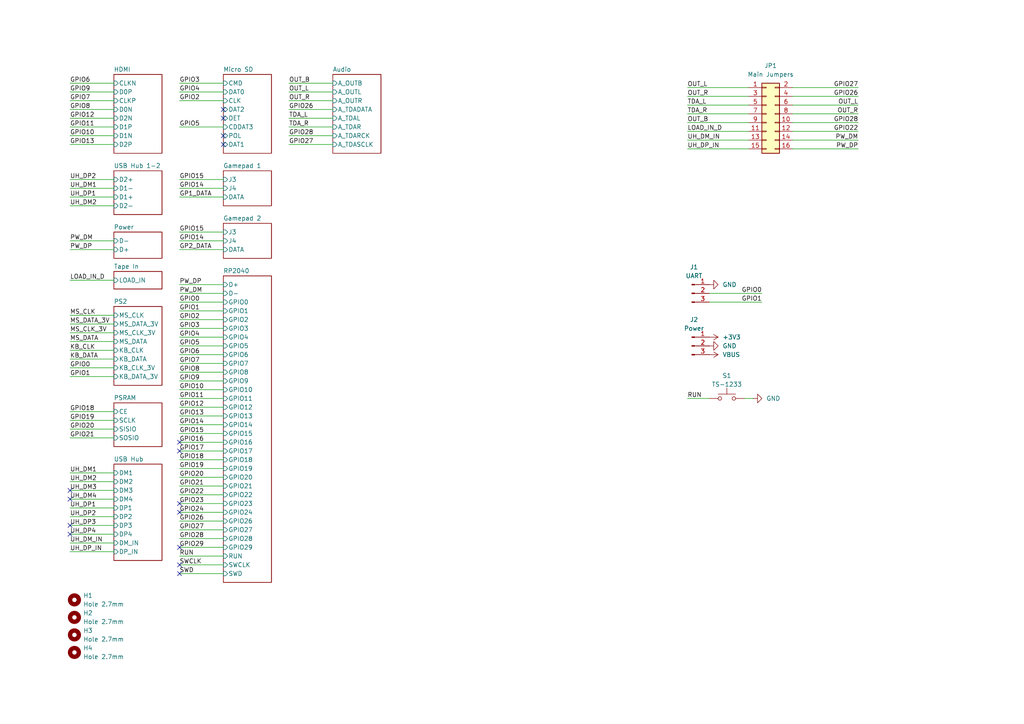
<source format=kicad_sch>
(kicad_sch (version 20250114) (generator "eeschema") (generator_version "9.0")
  (paper "A4")
  (title_block (title "MiniFRANK RM1E") (date "2025-03-24") (rev "1.00") (company "Mikhail Matveev") (comment 1 "https://github.com/xtremespb/frank"))
  (lib_symbols
    (symbol "Connector:Conn_01x03_Pin" (pin_names (offset 1.016) (hide yes))
      (property "Reference" "J" (at 0 5.08 0))
      (property "Value" "Conn_01x03_Pin" (at 0 -5.08 0))
      (symbol "Conn_01x03_Pin_1_1"
        (rectangle (start 0.8636 2.667) (end 0 2.413) (stroke (width 0.1524)) (fill (type outline)))
        (rectangle (start 0.8636 0.127) (end 0 -0.127) (stroke (width 0.1524)) (fill (type outline)))
        (rectangle (start 0.8636 -2.413) (end 0 -2.667) (stroke (width 0.1524)) (fill (type outline)))
        (polyline (pts (xy 1.27 2.54) (xy 0.8636 2.54)) (stroke (width 0.1524)))
        (polyline (pts (xy 1.27 0) (xy 0.8636 0)) (stroke (width 0.1524)))
        (polyline (pts (xy 1.27 -2.54) (xy 0.8636 -2.54)) (stroke (width 0.1524)))
        (pin passive line (at 5.08 2.54 180) (length 3.81) (name "Pin_1") (number "1"))
        (pin passive line (at 5.08 0 180) (length 3.81) (name "Pin_2") (number "2"))
        (pin passive line (at 5.08 -2.54 180) (length 3.81) (name "Pin_3") (number "3"))
      )
    )
    (symbol "Connector_Generic:Conn_02x08_Odd_Even" (pin_names (offset 1.016) (hide yes))
      (property "Reference" "J" (at 1.27 10.16 0))
      (property "Value" "Conn_02x08_Odd_Even" (at 1.27 -12.7 0))
      (symbol "Conn_02x08_Odd_Even_1_1"
        (rectangle (start -1.27 8.89) (end 3.81 -11.43) (stroke (width 0.254)) (fill (type background)))
        (rectangle (start -1.27 7.747) (end 0 7.493) (stroke (width 0.1524)))
        (rectangle (start -1.27 5.207) (end 0 4.953) (stroke (width 0.1524)))
        (rectangle (start -1.27 2.667) (end 0 2.413) (stroke (width 0.1524)))
        (rectangle (start -1.27 0.127) (end 0 -0.127) (stroke (width 0.1524)))
        (rectangle (start -1.27 -2.413) (end 0 -2.667) (stroke (width 0.1524)))
        (rectangle (start -1.27 -4.953) (end 0 -5.207) (stroke (width 0.1524)))
        (rectangle (start -1.27 -7.493) (end 0 -7.747) (stroke (width 0.1524)))
        (rectangle (start -1.27 -10.033) (end 0 -10.287) (stroke (width 0.1524)))
        (rectangle (start 3.81 7.747) (end 2.54 7.493) (stroke (width 0.1524)))
        (rectangle (start 3.81 5.207) (end 2.54 4.953) (stroke (width 0.1524)))
        (rectangle (start 3.81 2.667) (end 2.54 2.413) (stroke (width 0.1524)))
        (rectangle (start 3.81 0.127) (end 2.54 -0.127) (stroke (width 0.1524)))
        (rectangle (start 3.81 -2.413) (end 2.54 -2.667) (stroke (width 0.1524)))
        (rectangle (start 3.81 -4.953) (end 2.54 -5.207) (stroke (width 0.1524)))
        (rectangle (start 3.81 -7.493) (end 2.54 -7.747) (stroke (width 0.1524)))
        (rectangle (start 3.81 -10.033) (end 2.54 -10.287) (stroke (width 0.1524)))
        (pin passive line (at -5.08 7.62 0) (length 3.81) (name "Pin_1") (number "1"))
        (pin passive line (at -5.08 5.08 0) (length 3.81) (name "Pin_3") (number "3"))
        (pin passive line (at -5.08 2.54 0) (length 3.81) (name "Pin_5") (number "5"))
        (pin passive line (at -5.08 0 0) (length 3.81) (name "Pin_7") (number "7"))
        (pin passive line (at -5.08 -2.54 0) (length 3.81) (name "Pin_9") (number "9"))
        (pin passive line (at -5.08 -5.08 0) (length 3.81) (name "Pin_11") (number "11"))
        (pin passive line (at -5.08 -7.62 0) (length 3.81) (name "Pin_13") (number "13"))
        (pin passive line (at -5.08 -10.16 0) (length 3.81) (name "Pin_15") (number "15"))
        (pin passive line (at 7.62 7.62 180) (length 3.81) (name "Pin_2") (number "2"))
        (pin passive line (at 7.62 5.08 180) (length 3.81) (name "Pin_4") (number "4"))
        (pin passive line (at 7.62 2.54 180) (length 3.81) (name "Pin_6") (number "6"))
        (pin passive line (at 7.62 0 180) (length 3.81) (name "Pin_8") (number "8"))
        (pin passive line (at 7.62 -2.54 180) (length 3.81) (name "Pin_10") (number "10"))
        (pin passive line (at 7.62 -5.08 180) (length 3.81) (name "Pin_12") (number "12"))
        (pin passive line (at 7.62 -7.62 180) (length 3.81) (name "Pin_14") (number "14"))
        (pin passive line (at 7.62 -10.16 180) (length 3.81) (name "Pin_16") (number "16"))
      )
    )
    (symbol "Mechanical:MountingHole" (pin_names (offset 1.016)) (exclude_from_sim yes) (in_bom no)
      (property "Reference" "H" (at 0 5.08 0))
      (property "Value" "MountingHole" (at 0 3.175 0))
      (symbol "MountingHole_0_1"
        (circle (center 0 0) (radius 1.27) (stroke (width 1.27)))
      )
    )
    (symbol "Switch:SW_Push" (pin_numbers (hide yes)) (pin_names (offset 1.016) (hide yes))
      (property "Reference" "SW" (at 1.27 2.54 0))
      (property "Value" "SW_Push" (at 0 -1.524 0))
      (symbol "SW_Push_0_1"
        (circle (center -2.032 0) (radius 0.508))
        (polyline (pts (xy 0 1.27) (xy 0 3.048)))
        (circle (center 2.032 0) (radius 0.508))
        (polyline (pts (xy 2.54 1.27) (xy -2.54 1.27)))
        (pin passive line (at -5.08 0 0) (length 2.54) (name "1") (number "1"))
        (pin passive line (at 5.08 0 180) (length 2.54) (name "2") (number "2"))
      )
    )
    (symbol "power:+3V3" (power) (pin_numbers (hide yes)) (pin_names (offset 0) (hide yes))
      (property "Value" "+3V3" (at 0 3.556 0))
      (symbol "+3V3_0_1"
        (polyline (pts (xy -0.762 1.27) (xy 0 2.54)))
        (polyline (pts (xy 0 2.54) (xy 0.762 1.27)))
        (polyline (pts (xy 0 0) (xy 0 2.54)))
      )
      (symbol "+3V3_1_1"
        (pin power_in line (at 0 0 90) (length 0) (name "~") (number "1"))
      )
    )
    (symbol "power:GND" (power) (pin_numbers (hide yes)) (pin_names (offset 0) (hide yes))
      (property "Value" "GND" (at 0 -3.81 0))
      (symbol "GND_0_1"
        (polyline (pts (xy 0 0) (xy 0 -1.27) (xy 1.27 -1.27) (xy 0 -2.54) (xy -1.27 -1.27) (xy 0 -1.27)))
      )
      (symbol "GND_1_1"
        (pin power_in line (at 0 0 270) (length 0) (name "~") (number "1"))
      )
    )
    (symbol "power:VBUS" (power) (pin_numbers (hide yes)) (pin_names (offset 0) (hide yes))
      (property "Value" "VBUS" (at 0 3.556 0))
      (symbol "VBUS_0_1"
        (polyline (pts (xy -0.762 1.27) (xy 0 2.54)))
        (polyline (pts (xy 0 2.54) (xy 0.762 1.27)))
        (polyline (pts (xy 0 0) (xy 0 2.54)))
      )
      (symbol "VBUS_1_1"
        (pin power_in line (at 0 0 90) (length 0) (name "~") (number "1"))
      )
    )
  )
  (no_connect (at 20.32 144.78))
  (no_connect (at 52.07 163.83))
  (no_connect (at 64.77 41.91))
  (no_connect (at 20.32 142.24))
  (no_connect (at 52.07 166.37))
  (no_connect (at 20.32 152.4))
  (no_connect (at 64.77 39.37))
  (no_connect (at 52.07 130.81))
  (no_connect (at 64.77 34.29))
  (no_connect (at 20.32 154.94))
  (no_connect (at 64.77 31.75))
  (no_connect (at 52.07 158.75))
  (no_connect (at 52.07 148.59))
  (no_connect (at 52.07 128.27))
  (no_connect (at 52.07 146.05))
  (wire (pts (xy 52.07 82.55) (xy 64.77 82.55)))
  (wire (pts (xy 229.87 25.4) (xy 248.92 25.4)))
  (wire (pts (xy 20.32 104.14) (xy 33.02 104.14)))
  (wire (pts (xy 52.07 107.95) (xy 64.77 107.95)))
  (wire (pts (xy 20.32 81.28) (xy 33.02 81.28)))
  (wire (pts (xy 52.07 110.49) (xy 64.77 110.49)))
  (wire (pts (xy 52.07 26.67) (xy 64.77 26.67)))
  (wire (pts (xy 20.32 36.83) (xy 33.02 36.83)))
  (wire (pts (xy 20.32 147.32) (xy 33.02 147.32)))
  (wire (pts (xy 52.07 87.63) (xy 64.77 87.63)))
  (wire (pts (xy 20.32 157.48) (xy 33.02 157.48)))
  (wire (pts (xy 52.07 125.73) (xy 64.77 125.73)))
  (wire (pts (xy 52.07 105.41) (xy 64.77 105.41)))
  (wire (pts (xy 20.32 99.06) (xy 33.02 99.06)))
  (wire (pts (xy 52.07 163.83) (xy 64.77 163.83)))
  (wire (pts (xy 229.87 30.48) (xy 248.92 30.48)))
  (wire (pts (xy 229.87 33.02) (xy 248.92 33.02)))
  (wire (pts (xy 52.07 57.15) (xy 64.77 57.15)))
  (wire (pts (xy 220.98 87.63) (xy 205.74 87.63)))
  (wire (pts (xy 218.44 115.57) (xy 215.9 115.57)))
  (wire (pts (xy 20.32 72.39) (xy 33.02 72.39)))
  (wire (pts (xy 199.39 43.18) (xy 217.17 43.18)))
  (wire (pts (xy 83.82 26.67) (xy 96.52 26.67)))
  (wire (pts (xy 229.87 38.1) (xy 248.92 38.1)))
  (wire (pts (xy 229.87 43.18) (xy 248.92 43.18)))
  (wire (pts (xy 52.07 166.37) (xy 64.77 166.37)))
  (wire (pts (xy 52.07 120.65) (xy 64.77 120.65)))
  (wire (pts (xy 20.32 121.92) (xy 33.02 121.92)))
  (wire (pts (xy 83.82 39.37) (xy 96.52 39.37)))
  (wire (pts (xy 199.39 33.02) (xy 217.17 33.02)))
  (wire (pts (xy 83.82 29.21) (xy 96.52 29.21)))
  (wire (pts (xy 20.32 54.61) (xy 33.02 54.61)))
  (wire (pts (xy 20.32 31.75) (xy 33.02 31.75)))
  (wire (pts (xy 52.07 146.05) (xy 64.77 146.05)))
  (wire (pts (xy 229.87 27.94) (xy 248.92 27.94)))
  (wire (pts (xy 20.32 57.15) (xy 33.02 57.15)))
  (wire (pts (xy 52.07 67.31) (xy 64.77 67.31)))
  (wire (pts (xy 20.32 26.67) (xy 33.02 26.67)))
  (wire (pts (xy 20.32 152.4) (xy 33.02 152.4)))
  (wire (pts (xy 20.32 24.13) (xy 33.02 24.13)))
  (wire (pts (xy 52.07 153.67) (xy 64.77 153.67)))
  (wire (pts (xy 20.32 101.6) (xy 33.02 101.6)))
  (wire (pts (xy 52.07 95.25) (xy 64.77 95.25)))
  (wire (pts (xy 52.07 36.83) (xy 64.77 36.83)))
  (wire (pts (xy 20.32 106.68) (xy 33.02 106.68)))
  (wire (pts (xy 83.82 36.83) (xy 96.52 36.83)))
  (wire (pts (xy 20.32 93.98) (xy 33.02 93.98)))
  (wire (pts (xy 52.07 156.21) (xy 64.77 156.21)))
  (wire (pts (xy 52.07 72.39) (xy 64.77 72.39)))
  (wire (pts (xy 52.07 161.29) (xy 64.77 161.29)))
  (wire (pts (xy 20.32 160.02) (xy 33.02 160.02)))
  (wire (pts (xy 20.32 39.37) (xy 33.02 39.37)))
  (wire (pts (xy 199.39 38.1) (xy 217.17 38.1)))
  (wire (pts (xy 20.32 124.46) (xy 33.02 124.46)))
  (wire (pts (xy 199.39 30.48) (xy 217.17 30.48)))
  (wire (pts (xy 52.07 115.57) (xy 64.77 115.57)))
  (wire (pts (xy 83.82 41.91) (xy 96.52 41.91)))
  (wire (pts (xy 199.39 35.56) (xy 217.17 35.56)))
  (wire (pts (xy 20.32 119.38) (xy 33.02 119.38)))
  (wire (pts (xy 20.32 96.52) (xy 33.02 96.52)))
  (wire (pts (xy 52.07 130.81) (xy 64.77 130.81)))
  (wire (pts (xy 52.07 92.71) (xy 64.77 92.71)))
  (wire (pts (xy 20.32 29.21) (xy 33.02 29.21)))
  (wire (pts (xy 52.07 97.79) (xy 64.77 97.79)))
  (wire (pts (xy 20.32 142.24) (xy 33.02 142.24)))
  (wire (pts (xy 52.07 52.07) (xy 64.77 52.07)))
  (wire (pts (xy 52.07 138.43) (xy 64.77 138.43)))
  (wire (pts (xy 52.07 118.11) (xy 64.77 118.11)))
  (wire (pts (xy 52.07 85.09) (xy 64.77 85.09)))
  (wire (pts (xy 229.87 40.64) (xy 248.92 40.64)))
  (wire (pts (xy 52.07 123.19) (xy 64.77 123.19)))
  (wire (pts (xy 52.07 102.87) (xy 64.77 102.87)))
  (wire (pts (xy 52.07 151.13) (xy 64.77 151.13)))
  (wire (pts (xy 52.07 135.89) (xy 64.77 135.89)))
  (wire (pts (xy 199.39 115.57) (xy 205.74 115.57)))
  (wire (pts (xy 20.32 69.85) (xy 33.02 69.85)))
  (wire (pts (xy 52.07 140.97) (xy 64.77 140.97)))
  (wire (pts (xy 52.07 54.61) (xy 64.77 54.61)))
  (wire (pts (xy 52.07 113.03) (xy 64.77 113.03)))
  (wire (pts (xy 52.07 148.59) (xy 64.77 148.59)))
  (wire (pts (xy 220.98 85.09) (xy 205.74 85.09)))
  (wire (pts (xy 199.39 25.4) (xy 217.17 25.4)))
  (wire (pts (xy 20.32 137.16) (xy 33.02 137.16)))
  (wire (pts (xy 52.07 100.33) (xy 64.77 100.33)))
  (wire (pts (xy 20.32 109.22) (xy 33.02 109.22)))
  (wire (pts (xy 83.82 24.13) (xy 96.52 24.13)))
  (wire (pts (xy 52.07 69.85) (xy 64.77 69.85)))
  (wire (pts (xy 199.39 27.94) (xy 217.17 27.94)))
  (wire (pts (xy 229.87 35.56) (xy 248.92 35.56)))
  (wire (pts (xy 52.07 128.27) (xy 64.77 128.27)))
  (wire (pts (xy 83.82 34.29) (xy 96.52 34.29)))
  (wire (pts (xy 20.32 154.94) (xy 33.02 154.94)))
  (wire (pts (xy 52.07 158.75) (xy 64.77 158.75)))
  (wire (pts (xy 199.39 40.64) (xy 217.17 40.64)))
  (wire (pts (xy 20.32 149.86) (xy 33.02 149.86)))
  (wire (pts (xy 52.07 133.35) (xy 64.77 133.35)))
  (wire (pts (xy 20.32 127) (xy 33.02 127)))
  (wire (pts (xy 20.32 34.29) (xy 33.02 34.29)))
  (wire (pts (xy 83.82 31.75) (xy 96.52 31.75)))
  (wire (pts (xy 52.07 143.51) (xy 64.77 143.51)))
  (wire (pts (xy 20.32 139.7) (xy 33.02 139.7)))
  (wire (pts (xy 20.32 59.69) (xy 33.02 59.69)))
  (wire (pts (xy 52.07 29.21) (xy 64.77 29.21)))
  (wire (pts (xy 20.32 144.78) (xy 33.02 144.78)))
  (wire (pts (xy 20.32 52.07) (xy 33.02 52.07)))
  (wire (pts (xy 52.07 90.17) (xy 64.77 90.17)))
  (wire (pts (xy 20.32 41.91) (xy 33.02 41.91)))
  (wire (pts (xy 20.32 91.44) (xy 33.02 91.44)))
  (wire (pts (xy 52.07 24.13) (xy 64.77 24.13)))
  (label "UH_DM2" (at 20.32 59.69 0))
  (label "LOAD_IN_D" (at 199.39 38.1 0))
  (label "OUT_L" (at 248.92 30.48 180))
  (label "GPIO7" (at 20.32 29.21 0))
  (label "PW_DM" (at 248.92 40.64 180))
  (label "UH_DM1" (at 20.32 54.61 0))
  (label "UH_DM4" (at 20.32 144.78 0))
  (label "GPIO14" (at 52.07 69.85 0))
  (label "GPIO5" (at 52.07 100.33 0))
  (label "GPIO15" (at 52.07 67.31 0))
  (label "PW_DM" (at 20.32 69.85 0))
  (label "GPIO19" (at 52.07 135.89 0))
  (label "GPIO3" (at 52.07 95.25 0))
  (label "GPIO24" (at 52.07 148.59 0))
  (label "GPIO19" (at 20.32 121.92 0))
  (label "GPIO3" (at 52.07 24.13 0))
  (label "GPIO17" (at 52.07 130.81 0))
  (label "OUT_L" (at 83.82 26.67 0))
  (label "GPIO7" (at 52.07 105.41 0))
  (label "UH_DM_IN" (at 20.32 157.48 0))
  (label "UH_DP4" (at 20.32 154.94 0))
  (label "GP1_DATA" (at 52.07 57.15 0))
  (label "GPIO20" (at 20.32 124.46 0))
  (label "GPIO1" (at 220.98 87.63 180))
  (label "GPIO14" (at 52.07 123.19 0))
  (label "GPIO23" (at 52.07 146.05 0))
  (label "SWCLK" (at 52.07 163.83 0))
  (label "GPIO12" (at 52.07 118.11 0))
  (label "GPIO14" (at 52.07 54.61 0))
  (label "UH_DP1" (at 20.32 147.32 0))
  (label "GPIO0" (at 52.07 87.63 0))
  (label "GPIO18" (at 52.07 133.35 0))
  (label "GPIO18" (at 20.32 119.38 0))
  (label "GPIO15" (at 52.07 125.73 0))
  (label "GPIO2" (at 52.07 92.71 0))
  (label "UH_DP3" (at 20.32 152.4 0))
  (label "GPIO5" (at 52.07 36.83 0))
  (label "GPIO26" (at 52.07 151.13 0))
  (label "MS_DATA" (at 20.32 99.06 0))
  (label "GPIO13" (at 52.07 120.65 0))
  (label "GPIO12" (at 20.32 34.29 0))
  (label "UH_DM_IN" (at 199.39 40.64 0))
  (label "GPIO27" (at 248.92 25.4 180))
  (label "KB_DATA" (at 20.32 104.14 0))
  (label "GPIO28" (at 248.92 35.56 180))
  (label "GPIO28" (at 83.82 39.37 0))
  (label "UH_DM2" (at 20.32 139.7 0))
  (label "TDA_L" (at 83.82 34.29 0))
  (label "GPIO11" (at 52.07 115.57 0))
  (label "PW_DP" (at 52.07 82.55 0))
  (label "PW_DM" (at 52.07 85.09 0))
  (label "GPIO4" (at 52.07 97.79 0))
  (label "GPIO0" (at 20.32 106.68 0))
  (label "OUT_R" (at 248.92 33.02 180))
  (label "KB_CLK" (at 20.32 101.6 0))
  (label "UH_DM1" (at 20.32 137.16 0))
  (label "GPIO10" (at 52.07 113.03 0))
  (label "MS_CLK" (at 20.32 91.44 0))
  (label "TDA_R" (at 83.82 36.83 0))
  (label "GPIO22" (at 248.92 38.1 180))
  (label "TDA_L" (at 199.39 30.48 0))
  (label "GPIO13" (at 20.32 41.91 0))
  (label "GPIO20" (at 52.07 138.43 0))
  (label "UH_DP1" (at 20.32 57.15 0))
  (label "UH_DP_IN" (at 20.32 160.02 0))
  (label "GPIO2" (at 52.07 29.21 0))
  (label "PW_DP" (at 248.92 43.18 180))
  (label "GPIO6" (at 20.32 24.13 0))
  (label "GPIO21" (at 20.32 127 0))
  (label "PW_DP" (at 20.32 72.39 0))
  (label "GPIO6" (at 52.07 102.87 0))
  (label "GP2_DATA" (at 52.07 72.39 0))
  (label "GPIO16" (at 52.07 128.27 0))
  (label "RUN" (at 199.39 115.57 0))
  (label "GPIO26" (at 248.92 27.94 180))
  (label "GPIO1" (at 20.32 109.22 0))
  (label "MS_DATA_3V" (at 20.32 93.98 0))
  (label "GPIO8" (at 20.32 31.75 0))
  (label "TDA_R" (at 199.39 33.02 0))
  (label "UH_DP2" (at 20.32 52.07 0))
  (label "GPIO11" (at 20.32 36.83 0))
  (label "UH_DM3" (at 20.32 142.24 0))
  (label "OUT_R" (at 199.39 27.94 0))
  (label "MS_CLK_3V" (at 20.32 96.52 0))
  (label "GPIO21" (at 52.07 140.97 0))
  (label "OUT_L" (at 199.39 25.4 0))
  (label "LOAD_IN_D" (at 20.32 81.28 0))
  (label "OUT_R" (at 83.82 29.21 0))
  (label "GPIO29" (at 52.07 158.75 0))
  (label "UH_DP2" (at 20.32 149.86 0))
  (label "GPIO9" (at 52.07 110.49 0))
  (label "SWD" (at 52.07 166.37 0))
  (label "OUT_B" (at 199.39 35.56 0))
  (label "GPIO27" (at 83.82 41.91 0))
  (label "GPIO8" (at 52.07 107.95 0))
  (label "GPIO0" (at 220.98 85.09 180))
  (label "GPIO4" (at 52.07 26.67 0))
  (label "GPIO15" (at 52.07 52.07 0))
  (label "GPIO9" (at 20.32 26.67 0))
  (label "GPIO10" (at 20.32 39.37 0))
  (label "GPIO28" (at 52.07 156.21 0))
  (label "UH_DP_IN" (at 199.39 43.18 0))
  (label "GPIO1" (at 52.07 90.17 0))
  (label "GPIO22" (at 52.07 143.51 0))
  (label "RUN" (at 52.07 161.29 0))
  (label "GPIO27" (at 52.07 153.67 0))
  (label "GPIO26" (at 83.82 31.75 0))
  (label "OUT_B" (at 83.82 24.13 0))
  (symbol (lib_id "power:VBUS") (at 205.74 102.87 270) (unit 1)
    (property "Reference" "#PWR04" (effects (hide yes)))
    (property "Value" "VBUS" (at 209.55 102.8699 90) (effects (justify left)))
    (property "Description" "Power symbol creates a global label with name \"VBUS\"" (effects (hide yes)))
  )
  (symbol (lib_id "Switch:SW_Push") (at 210.82 115.57 0) (unit 1)
    (property "Reference" "S1" (at 210.82 108.9492 0))
    (property "Value" "TS-1233" (at 210.82 111.4861 0))
    (property "Footprint" "FRANK:Button (SMD, 3x3mm, 1-1)" (effects (hide yes)))
    (property "Datasheet" "https://img.klsele.com/admin/product_upload/20150508135408KLS7-TS3302.pdf" (effects (hide yes)))
    (property "AliExpress" "https://www.aliexpress.com/item/1005007359248990.html" (effects (hide yes)))
  )
  (symbol (lib_id "Connector:Conn_01x03_Pin") (at 200.66 85.09 0) (unit 1)
    (property "Reference" "J1" (at 201.295 77.47 0))
    (property "Value" "UART" (at 201.295 80.01 0))
    (property "Footprint" "FRANK:Pin Header (1x03)" (effects (hide yes)))
    (property "Description" "Generic connector, single row, 01x03, script generated" (effects (hide yes)))
    (property "AliExpress" "https://www.aliexpress.com/item/1005007039504981.html" (effects (hide yes)))
  )
  (symbol (lib_id "power:+3V3") (at 205.74 97.79 270) (unit 1)
    (property "Reference" "#PWR02" (effects (hide yes)))
    (property "Value" "+3V3" (at 209.55 97.7899 90) (effects (justify left)))
    (property "Description" "Power symbol creates a global label with name \"+3V3\"" (effects (hide yes)))
  )
  (symbol (lib_id "power:GND") (at 205.74 82.55 90) (unit 1)
    (property "Reference" "#PWR01" (effects (hide yes)))
    (property "Value" "GND" (at 209.55 82.5499 90) (effects (justify right)))
    (property "Description" "Power symbol creates a global label with name \"GND\" , ground" (effects (hide yes)))
  )
  (symbol (lib_id "Connector_Generic:Conn_02x08_Odd_Even") (at 222.25 33.02 0) (unit 1)
    (property "Reference" "JP1" (at 223.52 19.05 0))
    (property "Value" "Main Jumpers" (at 223.52 21.59 0))
    (property "Footprint" "FRANK:DIP Switch (8x8)" (effects (hide yes)))
    (property "Datasheet" "https://www.crameda.ch/pdf_files/eng/print-dip-switches/DIP-D-all-E.pdf" (effects (hide yes)))
    (property "Description" "Generic connector, double row, 02x08, odd/even pin numbering scheme (row 1 odd numbers, row 2 even numbers), script generated (kicad-library-utils/schlib/autogen/connector/)" (effects (hide yes)))
  )
  (symbol (lib_id "power:GND") (at 205.74 100.33 90) (unit 1)
    (property "Reference" "#PWR03" (effects (hide yes)))
    (property "Value" "GND" (at 209.55 100.3299 90) (effects (justify right)))
    (property "Description" "Power symbol creates a global label with name \"GND\" , ground" (effects (hide yes)))
  )
  (symbol (lib_id "Mechanical:MountingHole") (at 21.59 184.15 0) (unit 1) (exclude_from_sim yes) (in_bom no)
    (property "Reference" "H3" (at 24.13 182.8799 0) (effects (justify left)))
    (property "Value" "Hole 2.7mm" (at 24.13 185.4199 0) (effects (justify left)))
    (property "Footprint" "FRANK:Mounting Hole (2.7mm)" (effects (hide yes)))
    (property "Description" "Mounting Hole without connection" (effects (hide yes)))
  )
  (symbol (lib_id "Mechanical:MountingHole") (at 21.59 179.07 0) (unit 1) (exclude_from_sim yes) (in_bom no)
    (property "Reference" "H2" (at 24.13 177.7999 0) (effects (justify left)))
    (property "Value" "Hole 2.7mm" (at 24.13 180.3399 0) (effects (justify left)))
    (property "Footprint" "FRANK:Mounting Hole (2.7mm)" (effects (hide yes)))
    (property "Description" "Mounting Hole without connection" (effects (hide yes)))
  )
  (symbol (lib_id "Mechanical:MountingHole") (at 21.59 189.23 0) (unit 1) (exclude_from_sim yes) (in_bom no)
    (property "Reference" "H4" (at 24.13 187.9599 0) (effects (justify left)))
    (property "Value" "Hole 2.7mm" (at 24.13 190.4999 0) (effects (justify left)))
    (property "Footprint" "FRANK:Mounting Hole (2.7mm)" (effects (hide yes)))
    (property "Description" "Mounting Hole without connection" (effects (hide yes)))
  )
  (symbol (lib_id "power:GND") (at 218.44 115.57 90) (unit 1)
    (property "Reference" "#PWR05" (effects (hide yes)))
    (property "Value" "GND" (at 222.25 115.5699 90) (effects (justify right)))
    (property "Description" "Power symbol creates a global label with name \"GND\" , ground" (effects (hide yes)))
  )
  (symbol (lib_id "Mechanical:MountingHole") (at 21.59 173.99 0) (unit 1) (exclude_from_sim yes) (in_bom no)
    (property "Reference" "H1" (at 24.13 172.7199 0) (effects (justify left)))
    (property "Value" "Hole 2.7mm" (at 24.13 175.2599 0) (effects (justify left)))
    (property "Footprint" "FRANK:Mounting Hole (2.7mm)" (effects (hide yes)))
    (property "Description" "Mounting Hole without connection" (effects (hide yes)))
  )
  (symbol (lib_id "Connector:Conn_01x03_Pin") (at 200.66 100.33 0) (unit 1)
    (property "Reference" "J2" (at 201.295 92.71 0))
    (property "Value" "Power" (at 201.295 95.25 0))
    (property "Footprint" "FRANK:Pin Header (1x03)" (effects (hide yes)))
    (property "Description" "Generic connector, single row, 01x03, script generated" (effects (hide yes)))
    (property "AliExpress" "https://www.aliexpress.com/item/1005007039504981.html" (effects (hide yes)))
  )
  (sheet (at 33.02 134.62) (size 13.97 27.94) (stroke (width 0.1524))
    (property "Sheetname" "USB Hub" (at 33.02 133.9084 0) (effects (justify left bottom)))
    (property "Sheetfile" "usb_hub.kicad_sch" (effects (hide yes)))
    (pin "DM1" input (at 33.02 137.16 180))
    (pin "DM2" input (at 33.02 139.7 180))
    (pin "DM3" input (at 33.02 142.24 180))
    (pin "DM4" input (at 33.02 144.78 180))
    (pin "DP1" input (at 33.02 147.32 180))
    (pin "DP2" input (at 33.02 149.86 180))
    (pin "DP3" input (at 33.02 152.4 180))
    (pin "DP4" input (at 33.02 154.94 180))
    (pin "DM_IN" input (at 33.02 157.48 180))
    (pin "DP_IN" input (at 33.02 160.02 180))
  )
  (sheet (at 64.77 21.59) (size 13.97 22.86) (stroke (width 0.1524))
    (property "Sheetname" "Micro SD" (at 64.77 20.8784 0) (effects (justify left bottom)))
    (property "Sheetfile" "sd.kicad_sch" (effects (hide yes)))
    (pin "CMD" input (at 64.77 24.13 180))
    (pin "DAT0" input (at 64.77 26.67 180))
    (pin "CLK" input (at 64.77 29.21 180))
    (pin "DAT2" input (at 64.77 31.75 180))
    (pin "DET" input (at 64.77 34.29 180))
    (pin "CDDAT3" input (at 64.77 36.83 180))
    (pin "POL" input (at 64.77 39.37 180))
    (pin "DAT1" input (at 64.77 41.91 180))
  )
  (sheet (at 33.02 49.53) (size 13.97 12.7) (stroke (width 0.1524))
    (property "Sheetname" "USB Hub 1-2" (at 33.02 48.8184 0) (effects (justify left bottom)))
    (property "Sheetfile" "usbstack.kicad_sch" (effects (hide yes)))
    (pin "D2+" input (at 33.02 52.07 180))
    (pin "D1-" input (at 33.02 54.61 180))
    (pin "D1+" input (at 33.02 57.15 180))
    (pin "D2-" input (at 33.02 59.69 180))
  )
  (sheet (at 64.77 80.01) (size 13.97 88.9) (stroke (width 0.1524))
    (property "Sheetname" "RP2040" (at 64.77 79.2984 0) (effects (justify left bottom)))
    (property "Sheetfile" "rp2040.kicad_sch" (effects (hide yes)))
    (pin "D+" input (at 64.77 82.55 180))
    (pin "D-" input (at 64.77 85.09 180))
    (pin "GPIO0" input (at 64.77 87.63 180))
    (pin "GPIO1" input (at 64.77 90.17 180))
    (pin "GPIO2" input (at 64.77 92.71 180))
    (pin "GPIO3" input (at 64.77 95.25 180))
    (pin "GPIO4" input (at 64.77 97.79 180))
    (pin "GPIO5" input (at 64.77 100.33 180))
    (pin "GPIO6" input (at 64.77 102.87 180))
    (pin "GPIO7" input (at 64.77 105.41 180))
    (pin "GPIO8" input (at 64.77 107.95 180))
    (pin "GPIO9" input (at 64.77 110.49 180))
    (pin "GPIO10" input (at 64.77 113.03 180))
    (pin "GPIO11" input (at 64.77 115.57 180))
    (pin "GPIO12" input (at 64.77 118.11 180))
    (pin "GPIO13" input (at 64.77 120.65 180))
    (pin "GPIO14" input (at 64.77 123.19 180))
    (pin "GPIO15" input (at 64.77 125.73 180))
    (pin "GPIO16" input (at 64.77 128.27 180))
    (pin "GPIO17" input (at 64.77 130.81 180))
    (pin "GPIO18" input (at 64.77 133.35 180))
    (pin "GPIO19" input (at 64.77 135.89 180))
    (pin "GPIO20" input (at 64.77 138.43 180))
    (pin "GPIO21" input (at 64.77 140.97 180))
    (pin "GPIO22" input (at 64.77 143.51 180))
    (pin "GPIO23" input (at 64.77 146.05 180))
    (pin "GPIO24" input (at 64.77 148.59 180))
    (pin "GPIO26" input (at 64.77 151.13 180))
    (pin "GPIO27" input (at 64.77 153.67 180))
    (pin "GPIO28" input (at 64.77 156.21 180))
    (pin "GPIO29" input (at 64.77 158.75 180))
    (pin "RUN" input (at 64.77 161.29 180))
    (pin "SWCLK" input (at 64.77 163.83 180))
    (pin "SWD" input (at 64.77 166.37 180))
  )
  (sheet (at 96.52 21.59) (size 13.97 22.86) (stroke (width 0.1524))
    (property "Sheetname" "Audio" (at 96.52 20.8784 0) (effects (justify left bottom)))
    (property "Sheetfile" "audio.kicad_sch" (effects (hide yes)))
    (pin "A_OUTB" input (at 96.52 24.13 180))
    (pin "A_OUTL" input (at 96.52 26.67 180))
    (pin "A_OUTR" input (at 96.52 29.21 180))
    (pin "A_TDADATA" input (at 96.52 31.75 180))
    (pin "A_TDAL" input (at 96.52 34.29 180))
    (pin "A_TDAR" input (at 96.52 36.83 180))
    (pin "A_TDARCK" input (at 96.52 39.37 180))
    (pin "A_TDASCLK" input (at 96.52 41.91 180))
  )
  (sheet (at 33.02 78.74) (size 13.97 5.08) (stroke (width 0.1524))
    (property "Sheetname" "Tape In" (at 33.02 78.0284 0) (effects (justify left bottom)))
    (property "Sheetfile" "tape.kicad_sch" (effects (hide yes)))
    (pin "LOAD_IN" input (at 33.02 81.28 180))
  )
  (sheet (at 33.02 67.31) (size 13.97 7.62) (stroke (width 0.1524))
    (property "Sheetname" "Power" (at 33.02 66.5984 0) (effects (justify left bottom)))
    (property "Sheetfile" "power.kicad_sch" (effects (hide yes)))
    (pin "D-" input (at 33.02 69.85 180))
    (pin "D+" input (at 33.02 72.39 180))
  )
  (sheet (at 64.77 49.53) (size 13.97 10.16) (stroke (width 0.1524))
    (property "Sheetname" "Gamepad 1" (at 64.77 48.8184 0) (effects (justify left bottom)))
    (property "Sheetfile" "gamepad.kicad_sch" (effects (hide yes)))
    (pin "J3" input (at 64.77 52.07 180))
    (pin "J4" input (at 64.77 54.61 180))
    (pin "DATA" input (at 64.77 57.15 180))
  )
  (sheet (at 33.02 88.9) (size 13.97 22.86) (stroke (width 0.1524))
    (property "Sheetname" "PS2" (at 33.02 88.1884 0) (effects (justify left bottom)))
    (property "Sheetfile" "ps2.kicad_sch" (effects (hide yes)))
    (pin "MS_CLK" input (at 33.02 91.44 180))
    (pin "MS_DATA_3V" input (at 33.02 93.98 180))
    (pin "MS_CLK_3V" input (at 33.02 96.52 180))
    (pin "MS_DATA" input (at 33.02 99.06 180))
    (pin "KB_CLK" input (at 33.02 101.6 180))
    (pin "KB_DATA" input (at 33.02 104.14 180))
    (pin "KB_CLK_3V" input (at 33.02 106.68 180))
    (pin "KB_DATA_3V" input (at 33.02 109.22 180))
  )
  (sheet (at 33.02 116.84) (size 13.97 12.7) (stroke (width 0.1524))
    (property "Sheetname" "PSRAM" (at 33.02 116.1284 0) (effects (justify left bottom)))
    (property "Sheetfile" "psram.kicad_sch" (effects (hide yes)))
    (pin "CE" input (at 33.02 119.38 180))
    (pin "SCLK" input (at 33.02 121.92 180))
    (pin "SISIO" input (at 33.02 124.46 180))
    (pin "SOSIO" input (at 33.02 127 180))
  )
  (sheet (at 33.02 21.59) (size 13.97 22.86) (stroke (width 0.1524))
    (property "Sheetname" "HDMI" (at 33.02 20.8784 0) (effects (justify left bottom)))
    (property "Sheetfile" "hdmi.kicad_sch" (effects (hide yes)))
    (pin "CLKN" input (at 33.02 24.13 180))
    (pin "D0P" input (at 33.02 26.67 180))
    (pin "CLKP" input (at 33.02 29.21 180))
    (pin "D0N" input (at 33.02 31.75 180))
    (pin "D2N" input (at 33.02 34.29 180))
    (pin "D1P" input (at 33.02 36.83 180))
    (pin "D1N" input (at 33.02 39.37 180))
    (pin "D2P" input (at 33.02 41.91 180))
  )
  (sheet (at 64.77 64.77) (size 13.97 10.16) (stroke (width 0.1524))
    (property "Sheetname" "Gamepad 2" (at 64.77 64.0584 0) (effects (justify left bottom)))
    (property "Sheetfile" "gamepad.kicad_sch" (effects (hide yes)))
    (pin "J3" input (at 64.77 67.31 180))
    (pin "J4" input (at 64.77 69.85 180))
    (pin "DATA" input (at 64.77 72.39 180))
  )
)
</source>
